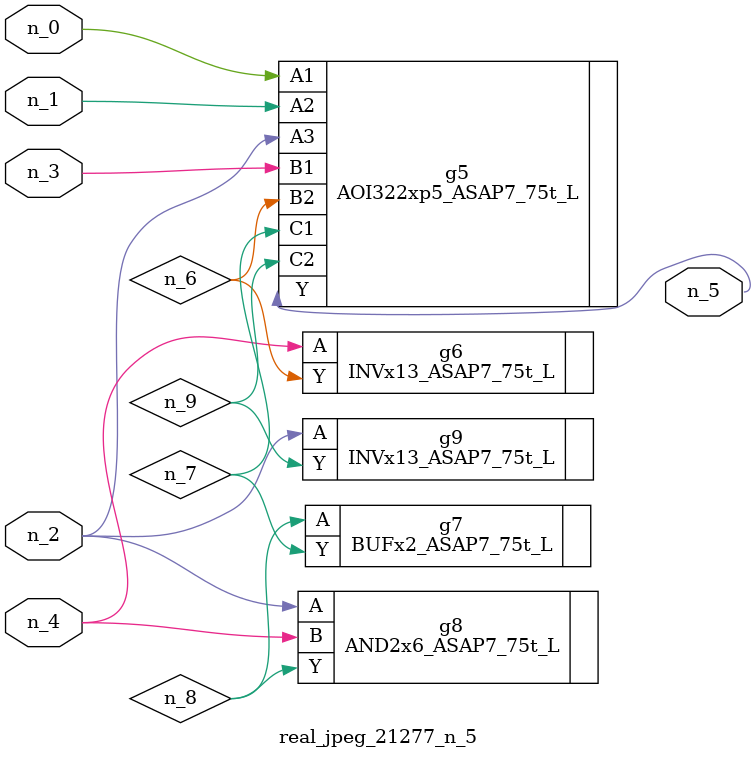
<source format=v>
module real_jpeg_21277_n_5 (n_4, n_0, n_1, n_2, n_3, n_5);

input n_4;
input n_0;
input n_1;
input n_2;
input n_3;

output n_5;

wire n_8;
wire n_6;
wire n_7;
wire n_9;

AOI322xp5_ASAP7_75t_L g5 ( 
.A1(n_0),
.A2(n_1),
.A3(n_2),
.B1(n_3),
.B2(n_6),
.C1(n_7),
.C2(n_9),
.Y(n_5)
);

AND2x6_ASAP7_75t_L g8 ( 
.A(n_2),
.B(n_4),
.Y(n_8)
);

INVx13_ASAP7_75t_L g9 ( 
.A(n_2),
.Y(n_9)
);

INVx13_ASAP7_75t_L g6 ( 
.A(n_4),
.Y(n_6)
);

BUFx2_ASAP7_75t_L g7 ( 
.A(n_8),
.Y(n_7)
);


endmodule
</source>
